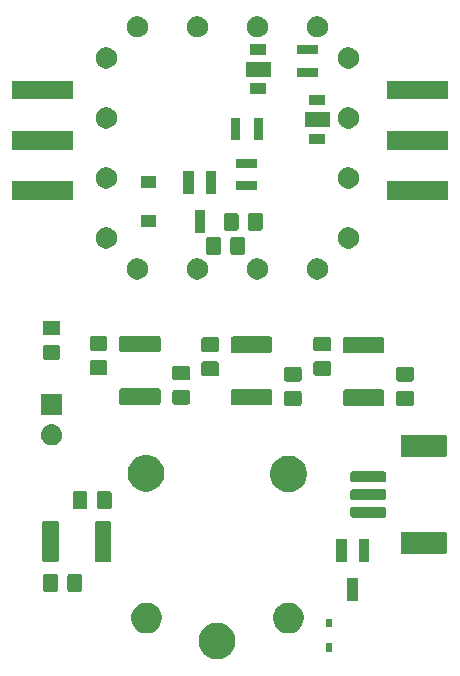
<source format=gbr>
G04 #@! TF.GenerationSoftware,KiCad,Pcbnew,(5.0.1-3-g963ef8bb5)*
G04 #@! TF.CreationDate,2018-11-12T17:33:24-05:00*
G04 #@! TF.ProjectId,Noise Source,4E6F69736520536F757263652E6B6963,rev?*
G04 #@! TF.SameCoordinates,Original*
G04 #@! TF.FileFunction,Soldermask,Top*
G04 #@! TF.FilePolarity,Negative*
%FSLAX46Y46*%
G04 Gerber Fmt 4.6, Leading zero omitted, Abs format (unit mm)*
G04 Created by KiCad (PCBNEW (5.0.1-3-g963ef8bb5)) date Monday, November 12, 2018 at 05:33:24 PM*
%MOMM*%
%LPD*%
G01*
G04 APERTURE LIST*
%ADD10C,0.100000*%
G04 APERTURE END LIST*
D10*
G36*
X154852527Y-145988736D02*
X154952410Y-146008604D01*
X155234674Y-146125521D01*
X155488705Y-146295259D01*
X155704741Y-146511295D01*
X155874479Y-146765326D01*
X155991396Y-147047590D01*
X155991396Y-147047591D01*
X156051000Y-147347238D01*
X156051000Y-147652762D01*
X156011264Y-147852527D01*
X155991396Y-147952410D01*
X155874479Y-148234674D01*
X155704741Y-148488705D01*
X155488705Y-148704741D01*
X155234674Y-148874479D01*
X154952410Y-148991396D01*
X154852527Y-149011264D01*
X154652762Y-149051000D01*
X154347238Y-149051000D01*
X154147473Y-149011264D01*
X154047590Y-148991396D01*
X153765326Y-148874479D01*
X153511295Y-148704741D01*
X153295259Y-148488705D01*
X153125521Y-148234674D01*
X153008604Y-147952410D01*
X152988736Y-147852527D01*
X152949000Y-147652762D01*
X152949000Y-147347238D01*
X153008604Y-147047591D01*
X153008604Y-147047590D01*
X153125521Y-146765326D01*
X153295259Y-146511295D01*
X153511295Y-146295259D01*
X153765326Y-146125521D01*
X154047590Y-146008604D01*
X154147473Y-145988736D01*
X154347238Y-145949000D01*
X154652762Y-145949000D01*
X154852527Y-145988736D01*
X154852527Y-145988736D01*
G37*
G36*
X164276000Y-148401000D02*
X163724000Y-148401000D01*
X163724000Y-147699000D01*
X164276000Y-147699000D01*
X164276000Y-148401000D01*
X164276000Y-148401000D01*
G37*
G36*
X160929485Y-144298996D02*
X160929487Y-144298997D01*
X160929488Y-144298997D01*
X161166255Y-144397069D01*
X161379342Y-144539449D01*
X161560551Y-144720658D01*
X161702931Y-144933745D01*
X161801004Y-145170515D01*
X161851000Y-145421861D01*
X161851000Y-145678139D01*
X161801004Y-145929485D01*
X161702931Y-146166255D01*
X161560551Y-146379342D01*
X161379342Y-146560551D01*
X161379339Y-146560553D01*
X161166255Y-146702931D01*
X160929488Y-146801003D01*
X160929487Y-146801003D01*
X160929485Y-146801004D01*
X160678139Y-146851000D01*
X160421861Y-146851000D01*
X160170515Y-146801004D01*
X160170513Y-146801003D01*
X160170512Y-146801003D01*
X159933745Y-146702931D01*
X159720661Y-146560553D01*
X159720658Y-146560551D01*
X159539449Y-146379342D01*
X159397069Y-146166255D01*
X159298996Y-145929485D01*
X159249000Y-145678139D01*
X159249000Y-145421861D01*
X159298996Y-145170515D01*
X159397069Y-144933745D01*
X159539449Y-144720658D01*
X159720658Y-144539449D01*
X159933745Y-144397069D01*
X160170512Y-144298997D01*
X160170513Y-144298997D01*
X160170515Y-144298996D01*
X160421861Y-144249000D01*
X160678139Y-144249000D01*
X160929485Y-144298996D01*
X160929485Y-144298996D01*
G37*
G36*
X148929485Y-144298996D02*
X148929487Y-144298997D01*
X148929488Y-144298997D01*
X149166255Y-144397069D01*
X149379342Y-144539449D01*
X149560551Y-144720658D01*
X149702931Y-144933745D01*
X149801004Y-145170515D01*
X149851000Y-145421861D01*
X149851000Y-145678139D01*
X149801004Y-145929485D01*
X149702931Y-146166255D01*
X149560551Y-146379342D01*
X149379342Y-146560551D01*
X149379339Y-146560553D01*
X149166255Y-146702931D01*
X148929488Y-146801003D01*
X148929487Y-146801003D01*
X148929485Y-146801004D01*
X148678139Y-146851000D01*
X148421861Y-146851000D01*
X148170515Y-146801004D01*
X148170513Y-146801003D01*
X148170512Y-146801003D01*
X147933745Y-146702931D01*
X147720661Y-146560553D01*
X147720658Y-146560551D01*
X147539449Y-146379342D01*
X147397069Y-146166255D01*
X147298996Y-145929485D01*
X147249000Y-145678139D01*
X147249000Y-145421861D01*
X147298996Y-145170515D01*
X147397069Y-144933745D01*
X147539449Y-144720658D01*
X147720658Y-144539449D01*
X147933745Y-144397069D01*
X148170512Y-144298997D01*
X148170513Y-144298997D01*
X148170515Y-144298996D01*
X148421861Y-144249000D01*
X148678139Y-144249000D01*
X148929485Y-144298996D01*
X148929485Y-144298996D01*
G37*
G36*
X164276000Y-146301000D02*
X163724000Y-146301000D01*
X163724000Y-145599000D01*
X164276000Y-145599000D01*
X164276000Y-146301000D01*
X164276000Y-146301000D01*
G37*
G36*
X166451000Y-144101000D02*
X165549000Y-144101000D01*
X165549000Y-142199000D01*
X166451000Y-142199000D01*
X166451000Y-144101000D01*
X166451000Y-144101000D01*
G37*
G36*
X142922982Y-141832244D02*
X142960669Y-141843677D01*
X142995408Y-141862245D01*
X143025853Y-141887231D01*
X143050839Y-141917676D01*
X143069407Y-141952415D01*
X143080840Y-141990102D01*
X143085305Y-142035440D01*
X143085305Y-143122118D01*
X143080840Y-143167456D01*
X143069407Y-143205143D01*
X143050839Y-143239882D01*
X143025853Y-143270327D01*
X142995408Y-143295313D01*
X142960669Y-143313881D01*
X142922982Y-143325314D01*
X142877644Y-143329779D01*
X142040966Y-143329779D01*
X141995628Y-143325314D01*
X141957941Y-143313881D01*
X141923202Y-143295313D01*
X141892757Y-143270327D01*
X141867771Y-143239882D01*
X141849203Y-143205143D01*
X141837770Y-143167456D01*
X141833305Y-143122118D01*
X141833305Y-142035440D01*
X141837770Y-141990102D01*
X141849203Y-141952415D01*
X141867771Y-141917676D01*
X141892757Y-141887231D01*
X141923202Y-141862245D01*
X141957941Y-141843677D01*
X141995628Y-141832244D01*
X142040966Y-141827779D01*
X142877644Y-141827779D01*
X142922982Y-141832244D01*
X142922982Y-141832244D01*
G37*
G36*
X140872982Y-141832244D02*
X140910669Y-141843677D01*
X140945408Y-141862245D01*
X140975853Y-141887231D01*
X141000839Y-141917676D01*
X141019407Y-141952415D01*
X141030840Y-141990102D01*
X141035305Y-142035440D01*
X141035305Y-143122118D01*
X141030840Y-143167456D01*
X141019407Y-143205143D01*
X141000839Y-143239882D01*
X140975853Y-143270327D01*
X140945408Y-143295313D01*
X140910669Y-143313881D01*
X140872982Y-143325314D01*
X140827644Y-143329779D01*
X139990966Y-143329779D01*
X139945628Y-143325314D01*
X139907941Y-143313881D01*
X139873202Y-143295313D01*
X139842757Y-143270327D01*
X139817771Y-143239882D01*
X139799203Y-143205143D01*
X139787770Y-143167456D01*
X139783305Y-143122118D01*
X139783305Y-142035440D01*
X139787770Y-141990102D01*
X139799203Y-141952415D01*
X139817771Y-141917676D01*
X139842757Y-141887231D01*
X139873202Y-141862245D01*
X139907941Y-141843677D01*
X139945628Y-141832244D01*
X139990966Y-141827779D01*
X140827644Y-141827779D01*
X140872982Y-141832244D01*
X140872982Y-141832244D01*
G37*
G36*
X145405087Y-137332074D02*
X145441120Y-137343005D01*
X145474333Y-137360758D01*
X145503439Y-137384645D01*
X145527326Y-137413751D01*
X145545079Y-137446964D01*
X145556010Y-137482997D01*
X145560305Y-137526609D01*
X145560305Y-140630949D01*
X145556010Y-140674561D01*
X145545079Y-140710594D01*
X145527326Y-140743807D01*
X145503439Y-140772913D01*
X145474333Y-140796800D01*
X145441120Y-140814553D01*
X145405087Y-140825484D01*
X145361475Y-140829779D01*
X144357135Y-140829779D01*
X144313523Y-140825484D01*
X144277490Y-140814553D01*
X144244277Y-140796800D01*
X144215171Y-140772913D01*
X144191284Y-140743807D01*
X144173531Y-140710594D01*
X144162600Y-140674561D01*
X144158305Y-140630949D01*
X144158305Y-137526609D01*
X144162600Y-137482997D01*
X144173531Y-137446964D01*
X144191284Y-137413751D01*
X144215171Y-137384645D01*
X144244277Y-137360758D01*
X144277490Y-137343005D01*
X144313523Y-137332074D01*
X144357135Y-137327779D01*
X145361475Y-137327779D01*
X145405087Y-137332074D01*
X145405087Y-137332074D01*
G37*
G36*
X140955087Y-137332074D02*
X140991120Y-137343005D01*
X141024333Y-137360758D01*
X141053439Y-137384645D01*
X141077326Y-137413751D01*
X141095079Y-137446964D01*
X141106010Y-137482997D01*
X141110305Y-137526609D01*
X141110305Y-140630949D01*
X141106010Y-140674561D01*
X141095079Y-140710594D01*
X141077326Y-140743807D01*
X141053439Y-140772913D01*
X141024333Y-140796800D01*
X140991120Y-140814553D01*
X140955087Y-140825484D01*
X140911475Y-140829779D01*
X139907135Y-140829779D01*
X139863523Y-140825484D01*
X139827490Y-140814553D01*
X139794277Y-140796800D01*
X139765171Y-140772913D01*
X139741284Y-140743807D01*
X139723531Y-140710594D01*
X139712600Y-140674561D01*
X139708305Y-140630949D01*
X139708305Y-137526609D01*
X139712600Y-137482997D01*
X139723531Y-137446964D01*
X139741284Y-137413751D01*
X139765171Y-137384645D01*
X139794277Y-137360758D01*
X139827490Y-137343005D01*
X139863523Y-137332074D01*
X139907135Y-137327779D01*
X140911475Y-137327779D01*
X140955087Y-137332074D01*
X140955087Y-137332074D01*
G37*
G36*
X167401000Y-140801000D02*
X166499000Y-140801000D01*
X166499000Y-138899000D01*
X167401000Y-138899000D01*
X167401000Y-140801000D01*
X167401000Y-140801000D01*
G37*
G36*
X165501000Y-140801000D02*
X164599000Y-140801000D01*
X164599000Y-138899000D01*
X165501000Y-138899000D01*
X165501000Y-140801000D01*
X165501000Y-140801000D01*
G37*
G36*
X173810918Y-138252934D02*
X173843424Y-138262795D01*
X173873383Y-138278808D01*
X173899641Y-138300359D01*
X173921192Y-138326617D01*
X173937205Y-138356576D01*
X173947066Y-138389082D01*
X173951000Y-138429029D01*
X173951000Y-139970971D01*
X173947066Y-140010918D01*
X173937205Y-140043424D01*
X173921192Y-140073383D01*
X173899641Y-140099641D01*
X173873383Y-140121192D01*
X173843424Y-140137205D01*
X173810918Y-140147066D01*
X173770971Y-140151000D01*
X170229029Y-140151000D01*
X170189082Y-140147066D01*
X170156576Y-140137205D01*
X170126617Y-140121192D01*
X170100359Y-140099641D01*
X170078808Y-140073383D01*
X170062795Y-140043424D01*
X170052934Y-140010918D01*
X170049000Y-139970971D01*
X170049000Y-138429029D01*
X170052934Y-138389082D01*
X170062795Y-138356576D01*
X170078808Y-138326617D01*
X170100359Y-138300359D01*
X170126617Y-138278808D01*
X170156576Y-138262795D01*
X170189082Y-138252934D01*
X170229029Y-138249000D01*
X173770971Y-138249000D01*
X173810918Y-138252934D01*
X173810918Y-138252934D01*
G37*
G36*
X168669683Y-136152725D02*
X168700144Y-136161966D01*
X168728223Y-136176975D01*
X168752831Y-136197169D01*
X168773025Y-136221777D01*
X168788034Y-136249856D01*
X168797275Y-136280317D01*
X168801000Y-136318140D01*
X168801000Y-136881860D01*
X168797275Y-136919683D01*
X168788034Y-136950144D01*
X168773025Y-136978223D01*
X168752831Y-137002831D01*
X168728223Y-137023025D01*
X168700144Y-137038034D01*
X168669683Y-137047275D01*
X168631860Y-137051000D01*
X165968140Y-137051000D01*
X165930317Y-137047275D01*
X165899856Y-137038034D01*
X165871777Y-137023025D01*
X165847169Y-137002831D01*
X165826975Y-136978223D01*
X165811966Y-136950144D01*
X165802725Y-136919683D01*
X165799000Y-136881860D01*
X165799000Y-136318140D01*
X165802725Y-136280317D01*
X165811966Y-136249856D01*
X165826975Y-136221777D01*
X165847169Y-136197169D01*
X165871777Y-136176975D01*
X165899856Y-136161966D01*
X165930317Y-136152725D01*
X165968140Y-136149000D01*
X168631860Y-136149000D01*
X168669683Y-136152725D01*
X168669683Y-136152725D01*
G37*
G36*
X143372982Y-134832244D02*
X143410669Y-134843677D01*
X143445408Y-134862245D01*
X143475853Y-134887231D01*
X143500839Y-134917676D01*
X143519407Y-134952415D01*
X143530840Y-134990102D01*
X143535305Y-135035440D01*
X143535305Y-136122118D01*
X143530840Y-136167456D01*
X143519407Y-136205143D01*
X143500839Y-136239882D01*
X143475853Y-136270327D01*
X143445408Y-136295313D01*
X143410669Y-136313881D01*
X143372982Y-136325314D01*
X143327644Y-136329779D01*
X142490966Y-136329779D01*
X142445628Y-136325314D01*
X142407941Y-136313881D01*
X142373202Y-136295313D01*
X142342757Y-136270327D01*
X142317771Y-136239882D01*
X142299203Y-136205143D01*
X142287770Y-136167456D01*
X142283305Y-136122118D01*
X142283305Y-135035440D01*
X142287770Y-134990102D01*
X142299203Y-134952415D01*
X142317771Y-134917676D01*
X142342757Y-134887231D01*
X142373202Y-134862245D01*
X142407941Y-134843677D01*
X142445628Y-134832244D01*
X142490966Y-134827779D01*
X143327644Y-134827779D01*
X143372982Y-134832244D01*
X143372982Y-134832244D01*
G37*
G36*
X145422982Y-134832244D02*
X145460669Y-134843677D01*
X145495408Y-134862245D01*
X145525853Y-134887231D01*
X145550839Y-134917676D01*
X145569407Y-134952415D01*
X145580840Y-134990102D01*
X145585305Y-135035440D01*
X145585305Y-136122118D01*
X145580840Y-136167456D01*
X145569407Y-136205143D01*
X145550839Y-136239882D01*
X145525853Y-136270327D01*
X145495408Y-136295313D01*
X145460669Y-136313881D01*
X145422982Y-136325314D01*
X145377644Y-136329779D01*
X144540966Y-136329779D01*
X144495628Y-136325314D01*
X144457941Y-136313881D01*
X144423202Y-136295313D01*
X144392757Y-136270327D01*
X144367771Y-136239882D01*
X144349203Y-136205143D01*
X144337770Y-136167456D01*
X144333305Y-136122118D01*
X144333305Y-135035440D01*
X144337770Y-134990102D01*
X144349203Y-134952415D01*
X144367771Y-134917676D01*
X144392757Y-134887231D01*
X144423202Y-134862245D01*
X144457941Y-134843677D01*
X144495628Y-134832244D01*
X144540966Y-134827779D01*
X145377644Y-134827779D01*
X145422982Y-134832244D01*
X145422982Y-134832244D01*
G37*
G36*
X168669683Y-134652725D02*
X168700144Y-134661966D01*
X168728223Y-134676975D01*
X168752831Y-134697169D01*
X168773025Y-134721777D01*
X168788034Y-134749856D01*
X168797275Y-134780317D01*
X168801000Y-134818140D01*
X168801000Y-135381860D01*
X168797275Y-135419683D01*
X168788034Y-135450144D01*
X168773025Y-135478223D01*
X168752831Y-135502831D01*
X168728223Y-135523025D01*
X168700144Y-135538034D01*
X168669683Y-135547275D01*
X168631860Y-135551000D01*
X165968140Y-135551000D01*
X165930317Y-135547275D01*
X165899856Y-135538034D01*
X165871777Y-135523025D01*
X165847169Y-135502831D01*
X165826975Y-135478223D01*
X165811966Y-135450144D01*
X165802725Y-135419683D01*
X165799000Y-135381860D01*
X165799000Y-134818140D01*
X165802725Y-134780317D01*
X165811966Y-134749856D01*
X165826975Y-134721777D01*
X165847169Y-134697169D01*
X165871777Y-134676975D01*
X165899856Y-134661966D01*
X165930317Y-134652725D01*
X165968140Y-134649000D01*
X168631860Y-134649000D01*
X168669683Y-134652725D01*
X168669683Y-134652725D01*
G37*
G36*
X160876691Y-131833597D02*
X161002410Y-131858604D01*
X161284674Y-131975521D01*
X161538705Y-132145259D01*
X161754741Y-132361295D01*
X161924479Y-132615326D01*
X162041396Y-132897590D01*
X162041396Y-132897591D01*
X162092267Y-133153333D01*
X162101000Y-133197240D01*
X162101000Y-133502760D01*
X162041396Y-133802410D01*
X161924479Y-134084674D01*
X161754741Y-134338705D01*
X161538705Y-134554741D01*
X161284674Y-134724479D01*
X161002410Y-134841396D01*
X160954127Y-134851000D01*
X160702762Y-134901000D01*
X160397238Y-134901000D01*
X160145873Y-134851000D01*
X160097590Y-134841396D01*
X159815326Y-134724479D01*
X159561295Y-134554741D01*
X159345259Y-134338705D01*
X159175521Y-134084674D01*
X159058604Y-133802410D01*
X158999000Y-133502760D01*
X158999000Y-133197240D01*
X159007734Y-133153333D01*
X159058604Y-132897591D01*
X159058604Y-132897590D01*
X159175521Y-132615326D01*
X159345259Y-132361295D01*
X159561295Y-132145259D01*
X159815326Y-131975521D01*
X160097590Y-131858604D01*
X160223309Y-131833597D01*
X160397238Y-131799000D01*
X160702762Y-131799000D01*
X160876691Y-131833597D01*
X160876691Y-131833597D01*
G37*
G36*
X148848455Y-131787926D02*
X148952410Y-131808604D01*
X149234674Y-131925521D01*
X149488705Y-132095259D01*
X149704741Y-132311295D01*
X149874479Y-132565326D01*
X149895190Y-132615328D01*
X149991396Y-132847591D01*
X150051000Y-133147238D01*
X150051000Y-133452762D01*
X150041054Y-133502762D01*
X149991396Y-133752410D01*
X149874479Y-134034674D01*
X149704741Y-134288705D01*
X149488705Y-134504741D01*
X149234674Y-134674479D01*
X148952410Y-134791396D01*
X148852527Y-134811264D01*
X148652762Y-134851000D01*
X148347238Y-134851000D01*
X148147473Y-134811264D01*
X148047590Y-134791396D01*
X147765326Y-134674479D01*
X147511295Y-134504741D01*
X147295259Y-134288705D01*
X147125521Y-134034674D01*
X147008604Y-133752410D01*
X146958946Y-133502762D01*
X146949000Y-133452762D01*
X146949000Y-133147238D01*
X147008604Y-132847591D01*
X147104810Y-132615328D01*
X147125521Y-132565326D01*
X147295259Y-132311295D01*
X147511295Y-132095259D01*
X147765326Y-131925521D01*
X148047590Y-131808604D01*
X148151545Y-131787926D01*
X148347238Y-131749000D01*
X148652762Y-131749000D01*
X148848455Y-131787926D01*
X148848455Y-131787926D01*
G37*
G36*
X168669683Y-133152725D02*
X168700144Y-133161966D01*
X168728223Y-133176975D01*
X168752831Y-133197169D01*
X168773025Y-133221777D01*
X168788034Y-133249856D01*
X168797275Y-133280317D01*
X168801000Y-133318140D01*
X168801000Y-133881860D01*
X168797275Y-133919683D01*
X168788034Y-133950144D01*
X168773025Y-133978223D01*
X168752831Y-134002831D01*
X168728223Y-134023025D01*
X168700144Y-134038034D01*
X168669683Y-134047275D01*
X168631860Y-134051000D01*
X165968140Y-134051000D01*
X165930317Y-134047275D01*
X165899856Y-134038034D01*
X165871777Y-134023025D01*
X165847169Y-134002831D01*
X165826975Y-133978223D01*
X165811966Y-133950144D01*
X165802725Y-133919683D01*
X165799000Y-133881860D01*
X165799000Y-133318140D01*
X165802725Y-133280317D01*
X165811966Y-133249856D01*
X165826975Y-133221777D01*
X165847169Y-133197169D01*
X165871777Y-133176975D01*
X165899856Y-133161966D01*
X165930317Y-133152725D01*
X165968140Y-133149000D01*
X168631860Y-133149000D01*
X168669683Y-133152725D01*
X168669683Y-133152725D01*
G37*
G36*
X173810918Y-130052934D02*
X173843424Y-130062795D01*
X173873383Y-130078808D01*
X173899641Y-130100359D01*
X173921192Y-130126617D01*
X173937205Y-130156576D01*
X173947066Y-130189082D01*
X173951000Y-130229029D01*
X173951000Y-131770971D01*
X173947066Y-131810918D01*
X173937205Y-131843424D01*
X173921192Y-131873383D01*
X173899641Y-131899641D01*
X173873383Y-131921192D01*
X173843424Y-131937205D01*
X173810918Y-131947066D01*
X173770971Y-131951000D01*
X170229029Y-131951000D01*
X170189082Y-131947066D01*
X170156576Y-131937205D01*
X170126617Y-131921192D01*
X170100359Y-131899641D01*
X170078808Y-131873383D01*
X170062795Y-131843424D01*
X170052934Y-131810918D01*
X170049000Y-131770971D01*
X170049000Y-130229029D01*
X170052934Y-130189082D01*
X170062795Y-130156576D01*
X170078808Y-130126617D01*
X170100359Y-130100359D01*
X170126617Y-130078808D01*
X170156576Y-130062795D01*
X170189082Y-130052934D01*
X170229029Y-130049000D01*
X173770971Y-130049000D01*
X173810918Y-130052934D01*
X173810918Y-130052934D01*
G37*
G36*
X140610442Y-129145518D02*
X140676627Y-129152037D01*
X140789853Y-129186384D01*
X140846467Y-129203557D01*
X140985087Y-129277652D01*
X141002991Y-129287222D01*
X141038729Y-129316552D01*
X141140186Y-129399814D01*
X141223448Y-129501271D01*
X141252778Y-129537009D01*
X141252779Y-129537011D01*
X141336443Y-129693533D01*
X141336443Y-129693534D01*
X141387963Y-129863373D01*
X141405359Y-130040000D01*
X141387963Y-130216627D01*
X141358678Y-130313166D01*
X141336443Y-130386467D01*
X141262348Y-130525087D01*
X141252778Y-130542991D01*
X141223448Y-130578729D01*
X141140186Y-130680186D01*
X141038729Y-130763448D01*
X141002991Y-130792778D01*
X141002989Y-130792779D01*
X140846467Y-130876443D01*
X140789853Y-130893616D01*
X140676627Y-130927963D01*
X140610442Y-130934482D01*
X140544260Y-130941000D01*
X140455740Y-130941000D01*
X140389558Y-130934482D01*
X140323373Y-130927963D01*
X140210147Y-130893616D01*
X140153533Y-130876443D01*
X139997011Y-130792779D01*
X139997009Y-130792778D01*
X139961271Y-130763448D01*
X139859814Y-130680186D01*
X139776552Y-130578729D01*
X139747222Y-130542991D01*
X139737652Y-130525087D01*
X139663557Y-130386467D01*
X139641322Y-130313166D01*
X139612037Y-130216627D01*
X139594641Y-130040000D01*
X139612037Y-129863373D01*
X139663557Y-129693534D01*
X139663557Y-129693533D01*
X139747221Y-129537011D01*
X139747222Y-129537009D01*
X139776552Y-129501271D01*
X139859814Y-129399814D01*
X139961271Y-129316552D01*
X139997009Y-129287222D01*
X140014913Y-129277652D01*
X140153533Y-129203557D01*
X140210147Y-129186384D01*
X140323373Y-129152037D01*
X140389558Y-129145518D01*
X140455740Y-129139000D01*
X140544260Y-129139000D01*
X140610442Y-129145518D01*
X140610442Y-129145518D01*
G37*
G36*
X141401000Y-128401000D02*
X139599000Y-128401000D01*
X139599000Y-126599000D01*
X141401000Y-126599000D01*
X141401000Y-128401000D01*
X141401000Y-128401000D01*
G37*
G36*
X168517003Y-126212600D02*
X168553036Y-126223531D01*
X168586249Y-126241284D01*
X168615355Y-126265171D01*
X168639242Y-126294277D01*
X168656995Y-126327490D01*
X168667926Y-126363523D01*
X168672221Y-126407135D01*
X168672221Y-127411475D01*
X168667926Y-127455087D01*
X168656995Y-127491120D01*
X168639242Y-127524333D01*
X168615355Y-127553439D01*
X168586249Y-127577326D01*
X168553036Y-127595079D01*
X168517003Y-127606010D01*
X168473391Y-127610305D01*
X165369051Y-127610305D01*
X165325439Y-127606010D01*
X165289406Y-127595079D01*
X165256193Y-127577326D01*
X165227087Y-127553439D01*
X165203200Y-127524333D01*
X165185447Y-127491120D01*
X165174516Y-127455087D01*
X165170221Y-127411475D01*
X165170221Y-126407135D01*
X165174516Y-126363523D01*
X165185447Y-126327490D01*
X165203200Y-126294277D01*
X165227087Y-126265171D01*
X165256193Y-126241284D01*
X165289406Y-126223531D01*
X165325439Y-126212600D01*
X165369051Y-126208305D01*
X168473391Y-126208305D01*
X168517003Y-126212600D01*
X168517003Y-126212600D01*
G37*
G36*
X171009898Y-126337770D02*
X171047585Y-126349203D01*
X171082324Y-126367771D01*
X171112769Y-126392757D01*
X171137755Y-126423202D01*
X171156323Y-126457941D01*
X171167756Y-126495628D01*
X171172221Y-126540966D01*
X171172221Y-127377644D01*
X171167756Y-127422982D01*
X171156323Y-127460669D01*
X171137755Y-127495408D01*
X171112769Y-127525853D01*
X171082324Y-127550839D01*
X171047585Y-127569407D01*
X171009898Y-127580840D01*
X170964560Y-127585305D01*
X169877882Y-127585305D01*
X169832544Y-127580840D01*
X169794857Y-127569407D01*
X169760118Y-127550839D01*
X169729673Y-127525853D01*
X169704687Y-127495408D01*
X169686119Y-127460669D01*
X169674686Y-127422982D01*
X169670221Y-127377644D01*
X169670221Y-126540966D01*
X169674686Y-126495628D01*
X169686119Y-126457941D01*
X169704687Y-126423202D01*
X169729673Y-126392757D01*
X169760118Y-126367771D01*
X169794857Y-126349203D01*
X169832544Y-126337770D01*
X169877882Y-126333305D01*
X170964560Y-126333305D01*
X171009898Y-126337770D01*
X171009898Y-126337770D01*
G37*
G36*
X161509898Y-126337770D02*
X161547585Y-126349203D01*
X161582324Y-126367771D01*
X161612769Y-126392757D01*
X161637755Y-126423202D01*
X161656323Y-126457941D01*
X161667756Y-126495628D01*
X161672221Y-126540966D01*
X161672221Y-127377644D01*
X161667756Y-127422982D01*
X161656323Y-127460669D01*
X161637755Y-127495408D01*
X161612769Y-127525853D01*
X161582324Y-127550839D01*
X161547585Y-127569407D01*
X161509898Y-127580840D01*
X161464560Y-127585305D01*
X160377882Y-127585305D01*
X160332544Y-127580840D01*
X160294857Y-127569407D01*
X160260118Y-127550839D01*
X160229673Y-127525853D01*
X160204687Y-127495408D01*
X160186119Y-127460669D01*
X160174686Y-127422982D01*
X160170221Y-127377644D01*
X160170221Y-126540966D01*
X160174686Y-126495628D01*
X160186119Y-126457941D01*
X160204687Y-126423202D01*
X160229673Y-126392757D01*
X160260118Y-126367771D01*
X160294857Y-126349203D01*
X160332544Y-126337770D01*
X160377882Y-126333305D01*
X161464560Y-126333305D01*
X161509898Y-126337770D01*
X161509898Y-126337770D01*
G37*
G36*
X159017003Y-126162600D02*
X159053036Y-126173531D01*
X159086249Y-126191284D01*
X159115355Y-126215171D01*
X159139242Y-126244277D01*
X159156995Y-126277490D01*
X159167926Y-126313523D01*
X159172221Y-126357135D01*
X159172221Y-127361475D01*
X159167926Y-127405087D01*
X159156995Y-127441120D01*
X159139242Y-127474333D01*
X159115355Y-127503439D01*
X159086249Y-127527326D01*
X159053036Y-127545079D01*
X159017003Y-127556010D01*
X158973391Y-127560305D01*
X155869051Y-127560305D01*
X155825439Y-127556010D01*
X155789406Y-127545079D01*
X155756193Y-127527326D01*
X155727087Y-127503439D01*
X155703200Y-127474333D01*
X155685447Y-127441120D01*
X155674516Y-127405087D01*
X155670221Y-127361475D01*
X155670221Y-126357135D01*
X155674516Y-126313523D01*
X155685447Y-126277490D01*
X155703200Y-126244277D01*
X155727087Y-126215171D01*
X155756193Y-126191284D01*
X155789406Y-126173531D01*
X155825439Y-126162600D01*
X155869051Y-126158305D01*
X158973391Y-126158305D01*
X159017003Y-126162600D01*
X159017003Y-126162600D01*
G37*
G36*
X149573273Y-126106330D02*
X149609306Y-126117261D01*
X149642519Y-126135014D01*
X149671625Y-126158901D01*
X149695512Y-126188007D01*
X149713265Y-126221220D01*
X149724196Y-126257253D01*
X149728491Y-126300865D01*
X149728491Y-127305205D01*
X149724196Y-127348817D01*
X149713265Y-127384850D01*
X149695512Y-127418063D01*
X149671625Y-127447169D01*
X149642519Y-127471056D01*
X149609306Y-127488809D01*
X149573273Y-127499740D01*
X149529661Y-127504035D01*
X146425321Y-127504035D01*
X146381709Y-127499740D01*
X146345676Y-127488809D01*
X146312463Y-127471056D01*
X146283357Y-127447169D01*
X146259470Y-127418063D01*
X146241717Y-127384850D01*
X146230786Y-127348817D01*
X146226491Y-127305205D01*
X146226491Y-126300865D01*
X146230786Y-126257253D01*
X146241717Y-126221220D01*
X146259470Y-126188007D01*
X146283357Y-126158901D01*
X146312463Y-126135014D01*
X146345676Y-126117261D01*
X146381709Y-126106330D01*
X146425321Y-126102035D01*
X149529661Y-126102035D01*
X149573273Y-126106330D01*
X149573273Y-126106330D01*
G37*
G36*
X152066168Y-126231500D02*
X152103855Y-126242933D01*
X152138594Y-126261501D01*
X152169039Y-126286487D01*
X152194025Y-126316932D01*
X152212593Y-126351671D01*
X152224026Y-126389358D01*
X152228491Y-126434696D01*
X152228491Y-127271374D01*
X152224026Y-127316712D01*
X152212593Y-127354399D01*
X152194025Y-127389138D01*
X152169039Y-127419583D01*
X152138594Y-127444569D01*
X152103855Y-127463137D01*
X152066168Y-127474570D01*
X152020830Y-127479035D01*
X150934152Y-127479035D01*
X150888814Y-127474570D01*
X150851127Y-127463137D01*
X150816388Y-127444569D01*
X150785943Y-127419583D01*
X150760957Y-127389138D01*
X150742389Y-127354399D01*
X150730956Y-127316712D01*
X150726491Y-127271374D01*
X150726491Y-126434696D01*
X150730956Y-126389358D01*
X150742389Y-126351671D01*
X150760957Y-126316932D01*
X150785943Y-126286487D01*
X150816388Y-126261501D01*
X150851127Y-126242933D01*
X150888814Y-126231500D01*
X150934152Y-126227035D01*
X152020830Y-126227035D01*
X152066168Y-126231500D01*
X152066168Y-126231500D01*
G37*
G36*
X161509898Y-124287770D02*
X161547585Y-124299203D01*
X161582324Y-124317771D01*
X161612769Y-124342757D01*
X161637755Y-124373202D01*
X161656323Y-124407941D01*
X161667756Y-124445628D01*
X161672221Y-124490966D01*
X161672221Y-125327644D01*
X161667756Y-125372982D01*
X161656323Y-125410669D01*
X161637755Y-125445408D01*
X161612769Y-125475853D01*
X161582324Y-125500839D01*
X161547585Y-125519407D01*
X161509898Y-125530840D01*
X161464560Y-125535305D01*
X160377882Y-125535305D01*
X160332544Y-125530840D01*
X160294857Y-125519407D01*
X160260118Y-125500839D01*
X160229673Y-125475853D01*
X160204687Y-125445408D01*
X160186119Y-125410669D01*
X160174686Y-125372982D01*
X160170221Y-125327644D01*
X160170221Y-124490966D01*
X160174686Y-124445628D01*
X160186119Y-124407941D01*
X160204687Y-124373202D01*
X160229673Y-124342757D01*
X160260118Y-124317771D01*
X160294857Y-124299203D01*
X160332544Y-124287770D01*
X160377882Y-124283305D01*
X161464560Y-124283305D01*
X161509898Y-124287770D01*
X161509898Y-124287770D01*
G37*
G36*
X171009898Y-124287770D02*
X171047585Y-124299203D01*
X171082324Y-124317771D01*
X171112769Y-124342757D01*
X171137755Y-124373202D01*
X171156323Y-124407941D01*
X171167756Y-124445628D01*
X171172221Y-124490966D01*
X171172221Y-125327644D01*
X171167756Y-125372982D01*
X171156323Y-125410669D01*
X171137755Y-125445408D01*
X171112769Y-125475853D01*
X171082324Y-125500839D01*
X171047585Y-125519407D01*
X171009898Y-125530840D01*
X170964560Y-125535305D01*
X169877882Y-125535305D01*
X169832544Y-125530840D01*
X169794857Y-125519407D01*
X169760118Y-125500839D01*
X169729673Y-125475853D01*
X169704687Y-125445408D01*
X169686119Y-125410669D01*
X169674686Y-125372982D01*
X169670221Y-125327644D01*
X169670221Y-124490966D01*
X169674686Y-124445628D01*
X169686119Y-124407941D01*
X169704687Y-124373202D01*
X169729673Y-124342757D01*
X169760118Y-124317771D01*
X169794857Y-124299203D01*
X169832544Y-124287770D01*
X169877882Y-124283305D01*
X170964560Y-124283305D01*
X171009898Y-124287770D01*
X171009898Y-124287770D01*
G37*
G36*
X152066168Y-124181500D02*
X152103855Y-124192933D01*
X152138594Y-124211501D01*
X152169039Y-124236487D01*
X152194025Y-124266932D01*
X152212593Y-124301671D01*
X152224026Y-124339358D01*
X152228491Y-124384696D01*
X152228491Y-125221374D01*
X152224026Y-125266712D01*
X152212593Y-125304399D01*
X152194025Y-125339138D01*
X152169039Y-125369583D01*
X152138594Y-125394569D01*
X152103855Y-125413137D01*
X152066168Y-125424570D01*
X152020830Y-125429035D01*
X150934152Y-125429035D01*
X150888814Y-125424570D01*
X150851127Y-125413137D01*
X150816388Y-125394569D01*
X150785943Y-125369583D01*
X150760957Y-125339138D01*
X150742389Y-125304399D01*
X150730956Y-125266712D01*
X150726491Y-125221374D01*
X150726491Y-124384696D01*
X150730956Y-124339358D01*
X150742389Y-124301671D01*
X150760957Y-124266932D01*
X150785943Y-124236487D01*
X150816388Y-124211501D01*
X150851127Y-124192933D01*
X150888814Y-124181500D01*
X150934152Y-124177035D01*
X152020830Y-124177035D01*
X152066168Y-124181500D01*
X152066168Y-124181500D01*
G37*
G36*
X154509898Y-123837770D02*
X154547585Y-123849203D01*
X154582324Y-123867771D01*
X154612769Y-123892757D01*
X154637755Y-123923202D01*
X154656323Y-123957941D01*
X154667756Y-123995628D01*
X154672221Y-124040966D01*
X154672221Y-124877644D01*
X154667756Y-124922982D01*
X154656323Y-124960669D01*
X154637755Y-124995408D01*
X154612769Y-125025853D01*
X154582324Y-125050839D01*
X154547585Y-125069407D01*
X154509898Y-125080840D01*
X154464560Y-125085305D01*
X153377882Y-125085305D01*
X153332544Y-125080840D01*
X153294857Y-125069407D01*
X153260118Y-125050839D01*
X153229673Y-125025853D01*
X153204687Y-124995408D01*
X153186119Y-124960669D01*
X153174686Y-124922982D01*
X153170221Y-124877644D01*
X153170221Y-124040966D01*
X153174686Y-123995628D01*
X153186119Y-123957941D01*
X153204687Y-123923202D01*
X153229673Y-123892757D01*
X153260118Y-123867771D01*
X153294857Y-123849203D01*
X153332544Y-123837770D01*
X153377882Y-123833305D01*
X154464560Y-123833305D01*
X154509898Y-123837770D01*
X154509898Y-123837770D01*
G37*
G36*
X164009898Y-123787770D02*
X164047585Y-123799203D01*
X164082324Y-123817771D01*
X164112769Y-123842757D01*
X164137755Y-123873202D01*
X164156323Y-123907941D01*
X164167756Y-123945628D01*
X164172221Y-123990966D01*
X164172221Y-124827644D01*
X164167756Y-124872982D01*
X164156323Y-124910669D01*
X164137755Y-124945408D01*
X164112769Y-124975853D01*
X164082324Y-125000839D01*
X164047585Y-125019407D01*
X164009898Y-125030840D01*
X163964560Y-125035305D01*
X162877882Y-125035305D01*
X162832544Y-125030840D01*
X162794857Y-125019407D01*
X162760118Y-125000839D01*
X162729673Y-124975853D01*
X162704687Y-124945408D01*
X162686119Y-124910669D01*
X162674686Y-124872982D01*
X162670221Y-124827644D01*
X162670221Y-123990966D01*
X162674686Y-123945628D01*
X162686119Y-123907941D01*
X162704687Y-123873202D01*
X162729673Y-123842757D01*
X162760118Y-123817771D01*
X162794857Y-123799203D01*
X162832544Y-123787770D01*
X162877882Y-123783305D01*
X163964560Y-123783305D01*
X164009898Y-123787770D01*
X164009898Y-123787770D01*
G37*
G36*
X145066168Y-123731500D02*
X145103855Y-123742933D01*
X145138594Y-123761501D01*
X145169039Y-123786487D01*
X145194025Y-123816932D01*
X145212593Y-123851671D01*
X145224026Y-123889358D01*
X145228491Y-123934696D01*
X145228491Y-124771374D01*
X145224026Y-124816712D01*
X145212593Y-124854399D01*
X145194025Y-124889138D01*
X145169039Y-124919583D01*
X145138594Y-124944569D01*
X145103855Y-124963137D01*
X145066168Y-124974570D01*
X145020830Y-124979035D01*
X143934152Y-124979035D01*
X143888814Y-124974570D01*
X143851127Y-124963137D01*
X143816388Y-124944569D01*
X143785943Y-124919583D01*
X143760957Y-124889138D01*
X143742389Y-124854399D01*
X143730956Y-124816712D01*
X143726491Y-124771374D01*
X143726491Y-123934696D01*
X143730956Y-123889358D01*
X143742389Y-123851671D01*
X143760957Y-123816932D01*
X143785943Y-123786487D01*
X143816388Y-123761501D01*
X143851127Y-123742933D01*
X143888814Y-123731500D01*
X143934152Y-123727035D01*
X145020830Y-123727035D01*
X145066168Y-123731500D01*
X145066168Y-123731500D01*
G37*
G36*
X141088677Y-122428465D02*
X141126364Y-122439898D01*
X141161103Y-122458466D01*
X141191548Y-122483452D01*
X141216534Y-122513897D01*
X141235102Y-122548636D01*
X141246535Y-122586323D01*
X141251000Y-122631661D01*
X141251000Y-123468339D01*
X141246535Y-123513677D01*
X141235102Y-123551364D01*
X141216534Y-123586103D01*
X141191548Y-123616548D01*
X141161103Y-123641534D01*
X141126364Y-123660102D01*
X141088677Y-123671535D01*
X141043339Y-123676000D01*
X139956661Y-123676000D01*
X139911323Y-123671535D01*
X139873636Y-123660102D01*
X139838897Y-123641534D01*
X139808452Y-123616548D01*
X139783466Y-123586103D01*
X139764898Y-123551364D01*
X139753465Y-123513677D01*
X139749000Y-123468339D01*
X139749000Y-122631661D01*
X139753465Y-122586323D01*
X139764898Y-122548636D01*
X139783466Y-122513897D01*
X139808452Y-122483452D01*
X139838897Y-122458466D01*
X139873636Y-122439898D01*
X139911323Y-122428465D01*
X139956661Y-122424000D01*
X141043339Y-122424000D01*
X141088677Y-122428465D01*
X141088677Y-122428465D01*
G37*
G36*
X168517003Y-121762600D02*
X168553036Y-121773531D01*
X168586249Y-121791284D01*
X168615355Y-121815171D01*
X168639242Y-121844277D01*
X168656995Y-121877490D01*
X168667926Y-121913523D01*
X168672221Y-121957135D01*
X168672221Y-122961475D01*
X168667926Y-123005087D01*
X168656995Y-123041120D01*
X168639242Y-123074333D01*
X168615355Y-123103439D01*
X168586249Y-123127326D01*
X168553036Y-123145079D01*
X168517003Y-123156010D01*
X168473391Y-123160305D01*
X165369051Y-123160305D01*
X165325439Y-123156010D01*
X165289406Y-123145079D01*
X165256193Y-123127326D01*
X165227087Y-123103439D01*
X165203200Y-123074333D01*
X165185447Y-123041120D01*
X165174516Y-123005087D01*
X165170221Y-122961475D01*
X165170221Y-121957135D01*
X165174516Y-121913523D01*
X165185447Y-121877490D01*
X165203200Y-121844277D01*
X165227087Y-121815171D01*
X165256193Y-121791284D01*
X165289406Y-121773531D01*
X165325439Y-121762600D01*
X165369051Y-121758305D01*
X168473391Y-121758305D01*
X168517003Y-121762600D01*
X168517003Y-121762600D01*
G37*
G36*
X159017003Y-121712600D02*
X159053036Y-121723531D01*
X159086249Y-121741284D01*
X159115355Y-121765171D01*
X159139242Y-121794277D01*
X159156995Y-121827490D01*
X159167926Y-121863523D01*
X159172221Y-121907135D01*
X159172221Y-122911475D01*
X159167926Y-122955087D01*
X159156995Y-122991120D01*
X159139242Y-123024333D01*
X159115355Y-123053439D01*
X159086249Y-123077326D01*
X159053036Y-123095079D01*
X159017003Y-123106010D01*
X158973391Y-123110305D01*
X155869051Y-123110305D01*
X155825439Y-123106010D01*
X155789406Y-123095079D01*
X155756193Y-123077326D01*
X155727087Y-123053439D01*
X155703200Y-123024333D01*
X155685447Y-122991120D01*
X155674516Y-122955087D01*
X155670221Y-122911475D01*
X155670221Y-121907135D01*
X155674516Y-121863523D01*
X155685447Y-121827490D01*
X155703200Y-121794277D01*
X155727087Y-121765171D01*
X155756193Y-121741284D01*
X155789406Y-121723531D01*
X155825439Y-121712600D01*
X155869051Y-121708305D01*
X158973391Y-121708305D01*
X159017003Y-121712600D01*
X159017003Y-121712600D01*
G37*
G36*
X149573273Y-121656330D02*
X149609306Y-121667261D01*
X149642519Y-121685014D01*
X149671625Y-121708901D01*
X149695512Y-121738007D01*
X149713265Y-121771220D01*
X149724196Y-121807253D01*
X149728491Y-121850865D01*
X149728491Y-122855205D01*
X149724196Y-122898817D01*
X149713265Y-122934850D01*
X149695512Y-122968063D01*
X149671625Y-122997169D01*
X149642519Y-123021056D01*
X149609306Y-123038809D01*
X149573273Y-123049740D01*
X149529661Y-123054035D01*
X146425321Y-123054035D01*
X146381709Y-123049740D01*
X146345676Y-123038809D01*
X146312463Y-123021056D01*
X146283357Y-122997169D01*
X146259470Y-122968063D01*
X146241717Y-122934850D01*
X146230786Y-122898817D01*
X146226491Y-122855205D01*
X146226491Y-121850865D01*
X146230786Y-121807253D01*
X146241717Y-121771220D01*
X146259470Y-121738007D01*
X146283357Y-121708901D01*
X146312463Y-121685014D01*
X146345676Y-121667261D01*
X146381709Y-121656330D01*
X146425321Y-121652035D01*
X149529661Y-121652035D01*
X149573273Y-121656330D01*
X149573273Y-121656330D01*
G37*
G36*
X154509898Y-121787770D02*
X154547585Y-121799203D01*
X154582324Y-121817771D01*
X154612769Y-121842757D01*
X154637755Y-121873202D01*
X154656323Y-121907941D01*
X154667756Y-121945628D01*
X154672221Y-121990966D01*
X154672221Y-122827644D01*
X154667756Y-122872982D01*
X154656323Y-122910669D01*
X154637755Y-122945408D01*
X154612769Y-122975853D01*
X154582324Y-123000839D01*
X154547585Y-123019407D01*
X154509898Y-123030840D01*
X154464560Y-123035305D01*
X153377882Y-123035305D01*
X153332544Y-123030840D01*
X153294857Y-123019407D01*
X153260118Y-123000839D01*
X153229673Y-122975853D01*
X153204687Y-122945408D01*
X153186119Y-122910669D01*
X153174686Y-122872982D01*
X153170221Y-122827644D01*
X153170221Y-121990966D01*
X153174686Y-121945628D01*
X153186119Y-121907941D01*
X153204687Y-121873202D01*
X153229673Y-121842757D01*
X153260118Y-121817771D01*
X153294857Y-121799203D01*
X153332544Y-121787770D01*
X153377882Y-121783305D01*
X154464560Y-121783305D01*
X154509898Y-121787770D01*
X154509898Y-121787770D01*
G37*
G36*
X164009898Y-121737770D02*
X164047585Y-121749203D01*
X164082324Y-121767771D01*
X164112769Y-121792757D01*
X164137755Y-121823202D01*
X164156323Y-121857941D01*
X164167756Y-121895628D01*
X164172221Y-121940966D01*
X164172221Y-122777644D01*
X164167756Y-122822982D01*
X164156323Y-122860669D01*
X164137755Y-122895408D01*
X164112769Y-122925853D01*
X164082324Y-122950839D01*
X164047585Y-122969407D01*
X164009898Y-122980840D01*
X163964560Y-122985305D01*
X162877882Y-122985305D01*
X162832544Y-122980840D01*
X162794857Y-122969407D01*
X162760118Y-122950839D01*
X162729673Y-122925853D01*
X162704687Y-122895408D01*
X162686119Y-122860669D01*
X162674686Y-122822982D01*
X162670221Y-122777644D01*
X162670221Y-121940966D01*
X162674686Y-121895628D01*
X162686119Y-121857941D01*
X162704687Y-121823202D01*
X162729673Y-121792757D01*
X162760118Y-121767771D01*
X162794857Y-121749203D01*
X162832544Y-121737770D01*
X162877882Y-121733305D01*
X163964560Y-121733305D01*
X164009898Y-121737770D01*
X164009898Y-121737770D01*
G37*
G36*
X145066168Y-121681500D02*
X145103855Y-121692933D01*
X145138594Y-121711501D01*
X145169039Y-121736487D01*
X145194025Y-121766932D01*
X145212593Y-121801671D01*
X145224026Y-121839358D01*
X145228491Y-121884696D01*
X145228491Y-122721374D01*
X145224026Y-122766712D01*
X145212593Y-122804399D01*
X145194025Y-122839138D01*
X145169039Y-122869583D01*
X145138594Y-122894569D01*
X145103855Y-122913137D01*
X145066168Y-122924570D01*
X145020830Y-122929035D01*
X143934152Y-122929035D01*
X143888814Y-122924570D01*
X143851127Y-122913137D01*
X143816388Y-122894569D01*
X143785943Y-122869583D01*
X143760957Y-122839138D01*
X143742389Y-122804399D01*
X143730956Y-122766712D01*
X143726491Y-122721374D01*
X143726491Y-121884696D01*
X143730956Y-121839358D01*
X143742389Y-121801671D01*
X143760957Y-121766932D01*
X143785943Y-121736487D01*
X143816388Y-121711501D01*
X143851127Y-121692933D01*
X143888814Y-121681500D01*
X143934152Y-121677035D01*
X145020830Y-121677035D01*
X145066168Y-121681500D01*
X145066168Y-121681500D01*
G37*
G36*
X141088677Y-120378465D02*
X141126364Y-120389898D01*
X141161103Y-120408466D01*
X141191548Y-120433452D01*
X141216534Y-120463897D01*
X141235102Y-120498636D01*
X141246535Y-120536323D01*
X141251000Y-120581661D01*
X141251000Y-121418339D01*
X141246535Y-121463677D01*
X141235102Y-121501364D01*
X141216534Y-121536103D01*
X141191548Y-121566548D01*
X141161103Y-121591534D01*
X141126364Y-121610102D01*
X141088677Y-121621535D01*
X141043339Y-121626000D01*
X139956661Y-121626000D01*
X139911323Y-121621535D01*
X139873636Y-121610102D01*
X139838897Y-121591534D01*
X139808452Y-121566548D01*
X139783466Y-121536103D01*
X139764898Y-121501364D01*
X139753465Y-121463677D01*
X139749000Y-121418339D01*
X139749000Y-120581661D01*
X139753465Y-120536323D01*
X139764898Y-120498636D01*
X139783466Y-120463897D01*
X139808452Y-120433452D01*
X139838897Y-120408466D01*
X139873636Y-120389898D01*
X139911323Y-120378465D01*
X139956661Y-120374000D01*
X141043339Y-120374000D01*
X141088677Y-120378465D01*
X141088677Y-120378465D01*
G37*
G36*
X158182812Y-115133624D02*
X158346784Y-115201544D01*
X158494354Y-115300147D01*
X158619853Y-115425646D01*
X158718456Y-115573216D01*
X158786376Y-115737188D01*
X158821000Y-115911259D01*
X158821000Y-116088741D01*
X158786376Y-116262812D01*
X158718456Y-116426784D01*
X158619853Y-116574354D01*
X158494354Y-116699853D01*
X158346784Y-116798456D01*
X158182812Y-116866376D01*
X158008741Y-116901000D01*
X157831259Y-116901000D01*
X157657188Y-116866376D01*
X157493216Y-116798456D01*
X157345646Y-116699853D01*
X157220147Y-116574354D01*
X157121544Y-116426784D01*
X157053624Y-116262812D01*
X157019000Y-116088741D01*
X157019000Y-115911259D01*
X157053624Y-115737188D01*
X157121544Y-115573216D01*
X157220147Y-115425646D01*
X157345646Y-115300147D01*
X157493216Y-115201544D01*
X157657188Y-115133624D01*
X157831259Y-115099000D01*
X158008741Y-115099000D01*
X158182812Y-115133624D01*
X158182812Y-115133624D01*
G37*
G36*
X148022812Y-115133624D02*
X148186784Y-115201544D01*
X148334354Y-115300147D01*
X148459853Y-115425646D01*
X148558456Y-115573216D01*
X148626376Y-115737188D01*
X148661000Y-115911259D01*
X148661000Y-116088741D01*
X148626376Y-116262812D01*
X148558456Y-116426784D01*
X148459853Y-116574354D01*
X148334354Y-116699853D01*
X148186784Y-116798456D01*
X148022812Y-116866376D01*
X147848741Y-116901000D01*
X147671259Y-116901000D01*
X147497188Y-116866376D01*
X147333216Y-116798456D01*
X147185646Y-116699853D01*
X147060147Y-116574354D01*
X146961544Y-116426784D01*
X146893624Y-116262812D01*
X146859000Y-116088741D01*
X146859000Y-115911259D01*
X146893624Y-115737188D01*
X146961544Y-115573216D01*
X147060147Y-115425646D01*
X147185646Y-115300147D01*
X147333216Y-115201544D01*
X147497188Y-115133624D01*
X147671259Y-115099000D01*
X147848741Y-115099000D01*
X148022812Y-115133624D01*
X148022812Y-115133624D01*
G37*
G36*
X163262812Y-115133624D02*
X163426784Y-115201544D01*
X163574354Y-115300147D01*
X163699853Y-115425646D01*
X163798456Y-115573216D01*
X163866376Y-115737188D01*
X163901000Y-115911259D01*
X163901000Y-116088741D01*
X163866376Y-116262812D01*
X163798456Y-116426784D01*
X163699853Y-116574354D01*
X163574354Y-116699853D01*
X163426784Y-116798456D01*
X163262812Y-116866376D01*
X163088741Y-116901000D01*
X162911259Y-116901000D01*
X162737188Y-116866376D01*
X162573216Y-116798456D01*
X162425646Y-116699853D01*
X162300147Y-116574354D01*
X162201544Y-116426784D01*
X162133624Y-116262812D01*
X162099000Y-116088741D01*
X162099000Y-115911259D01*
X162133624Y-115737188D01*
X162201544Y-115573216D01*
X162300147Y-115425646D01*
X162425646Y-115300147D01*
X162573216Y-115201544D01*
X162737188Y-115133624D01*
X162911259Y-115099000D01*
X163088741Y-115099000D01*
X163262812Y-115133624D01*
X163262812Y-115133624D01*
G37*
G36*
X153102812Y-115133624D02*
X153266784Y-115201544D01*
X153414354Y-115300147D01*
X153539853Y-115425646D01*
X153638456Y-115573216D01*
X153706376Y-115737188D01*
X153741000Y-115911259D01*
X153741000Y-116088741D01*
X153706376Y-116262812D01*
X153638456Y-116426784D01*
X153539853Y-116574354D01*
X153414354Y-116699853D01*
X153266784Y-116798456D01*
X153102812Y-116866376D01*
X152928741Y-116901000D01*
X152751259Y-116901000D01*
X152577188Y-116866376D01*
X152413216Y-116798456D01*
X152265646Y-116699853D01*
X152140147Y-116574354D01*
X152041544Y-116426784D01*
X151973624Y-116262812D01*
X151939000Y-116088741D01*
X151939000Y-115911259D01*
X151973624Y-115737188D01*
X152041544Y-115573216D01*
X152140147Y-115425646D01*
X152265646Y-115300147D01*
X152413216Y-115201544D01*
X152577188Y-115133624D01*
X152751259Y-115099000D01*
X152928741Y-115099000D01*
X153102812Y-115133624D01*
X153102812Y-115133624D01*
G37*
G36*
X156723677Y-113303465D02*
X156761364Y-113314898D01*
X156796103Y-113333466D01*
X156826548Y-113358452D01*
X156851534Y-113388897D01*
X156870102Y-113423636D01*
X156881535Y-113461323D01*
X156886000Y-113506661D01*
X156886000Y-114593339D01*
X156881535Y-114638677D01*
X156870102Y-114676364D01*
X156851534Y-114711103D01*
X156826548Y-114741548D01*
X156796103Y-114766534D01*
X156761364Y-114785102D01*
X156723677Y-114796535D01*
X156678339Y-114801000D01*
X155841661Y-114801000D01*
X155796323Y-114796535D01*
X155758636Y-114785102D01*
X155723897Y-114766534D01*
X155693452Y-114741548D01*
X155668466Y-114711103D01*
X155649898Y-114676364D01*
X155638465Y-114638677D01*
X155634000Y-114593339D01*
X155634000Y-113506661D01*
X155638465Y-113461323D01*
X155649898Y-113423636D01*
X155668466Y-113388897D01*
X155693452Y-113358452D01*
X155723897Y-113333466D01*
X155758636Y-113314898D01*
X155796323Y-113303465D01*
X155841661Y-113299000D01*
X156678339Y-113299000D01*
X156723677Y-113303465D01*
X156723677Y-113303465D01*
G37*
G36*
X154673677Y-113303465D02*
X154711364Y-113314898D01*
X154746103Y-113333466D01*
X154776548Y-113358452D01*
X154801534Y-113388897D01*
X154820102Y-113423636D01*
X154831535Y-113461323D01*
X154836000Y-113506661D01*
X154836000Y-114593339D01*
X154831535Y-114638677D01*
X154820102Y-114676364D01*
X154801534Y-114711103D01*
X154776548Y-114741548D01*
X154746103Y-114766534D01*
X154711364Y-114785102D01*
X154673677Y-114796535D01*
X154628339Y-114801000D01*
X153791661Y-114801000D01*
X153746323Y-114796535D01*
X153708636Y-114785102D01*
X153673897Y-114766534D01*
X153643452Y-114741548D01*
X153618466Y-114711103D01*
X153599898Y-114676364D01*
X153588465Y-114638677D01*
X153584000Y-114593339D01*
X153584000Y-113506661D01*
X153588465Y-113461323D01*
X153599898Y-113423636D01*
X153618466Y-113388897D01*
X153643452Y-113358452D01*
X153673897Y-113333466D01*
X153708636Y-113314898D01*
X153746323Y-113303465D01*
X153791661Y-113299000D01*
X154628339Y-113299000D01*
X154673677Y-113303465D01*
X154673677Y-113303465D01*
G37*
G36*
X145392812Y-112503624D02*
X145556784Y-112571544D01*
X145704354Y-112670147D01*
X145829853Y-112795646D01*
X145928456Y-112943216D01*
X145996376Y-113107188D01*
X146031000Y-113281259D01*
X146031000Y-113458741D01*
X145996376Y-113632812D01*
X145928456Y-113796784D01*
X145829853Y-113944354D01*
X145704354Y-114069853D01*
X145556784Y-114168456D01*
X145392812Y-114236376D01*
X145218741Y-114271000D01*
X145041259Y-114271000D01*
X144867188Y-114236376D01*
X144703216Y-114168456D01*
X144555646Y-114069853D01*
X144430147Y-113944354D01*
X144331544Y-113796784D01*
X144263624Y-113632812D01*
X144229000Y-113458741D01*
X144229000Y-113281259D01*
X144263624Y-113107188D01*
X144331544Y-112943216D01*
X144430147Y-112795646D01*
X144555646Y-112670147D01*
X144703216Y-112571544D01*
X144867188Y-112503624D01*
X145041259Y-112469000D01*
X145218741Y-112469000D01*
X145392812Y-112503624D01*
X145392812Y-112503624D01*
G37*
G36*
X165892812Y-112503624D02*
X166056784Y-112571544D01*
X166204354Y-112670147D01*
X166329853Y-112795646D01*
X166428456Y-112943216D01*
X166496376Y-113107188D01*
X166531000Y-113281259D01*
X166531000Y-113458741D01*
X166496376Y-113632812D01*
X166428456Y-113796784D01*
X166329853Y-113944354D01*
X166204354Y-114069853D01*
X166056784Y-114168456D01*
X165892812Y-114236376D01*
X165718741Y-114271000D01*
X165541259Y-114271000D01*
X165367188Y-114236376D01*
X165203216Y-114168456D01*
X165055646Y-114069853D01*
X164930147Y-113944354D01*
X164831544Y-113796784D01*
X164763624Y-113632812D01*
X164729000Y-113458741D01*
X164729000Y-113281259D01*
X164763624Y-113107188D01*
X164831544Y-112943216D01*
X164930147Y-112795646D01*
X165055646Y-112670147D01*
X165203216Y-112571544D01*
X165367188Y-112503624D01*
X165541259Y-112469000D01*
X165718741Y-112469000D01*
X165892812Y-112503624D01*
X165892812Y-112503624D01*
G37*
G36*
X153501000Y-112921000D02*
X152599000Y-112921000D01*
X152599000Y-111019000D01*
X153501000Y-111019000D01*
X153501000Y-112921000D01*
X153501000Y-112921000D01*
G37*
G36*
X156163677Y-111253465D02*
X156201364Y-111264898D01*
X156236103Y-111283466D01*
X156266548Y-111308452D01*
X156291534Y-111338897D01*
X156310102Y-111373636D01*
X156321535Y-111411323D01*
X156326000Y-111456661D01*
X156326000Y-112543339D01*
X156321535Y-112588677D01*
X156310102Y-112626364D01*
X156291534Y-112661103D01*
X156266548Y-112691548D01*
X156236103Y-112716534D01*
X156201364Y-112735102D01*
X156163677Y-112746535D01*
X156118339Y-112751000D01*
X155281661Y-112751000D01*
X155236323Y-112746535D01*
X155198636Y-112735102D01*
X155163897Y-112716534D01*
X155133452Y-112691548D01*
X155108466Y-112661103D01*
X155089898Y-112626364D01*
X155078465Y-112588677D01*
X155074000Y-112543339D01*
X155074000Y-111456661D01*
X155078465Y-111411323D01*
X155089898Y-111373636D01*
X155108466Y-111338897D01*
X155133452Y-111308452D01*
X155163897Y-111283466D01*
X155198636Y-111264898D01*
X155236323Y-111253465D01*
X155281661Y-111249000D01*
X156118339Y-111249000D01*
X156163677Y-111253465D01*
X156163677Y-111253465D01*
G37*
G36*
X158213677Y-111253465D02*
X158251364Y-111264898D01*
X158286103Y-111283466D01*
X158316548Y-111308452D01*
X158341534Y-111338897D01*
X158360102Y-111373636D01*
X158371535Y-111411323D01*
X158376000Y-111456661D01*
X158376000Y-112543339D01*
X158371535Y-112588677D01*
X158360102Y-112626364D01*
X158341534Y-112661103D01*
X158316548Y-112691548D01*
X158286103Y-112716534D01*
X158251364Y-112735102D01*
X158213677Y-112746535D01*
X158168339Y-112751000D01*
X157331661Y-112751000D01*
X157286323Y-112746535D01*
X157248636Y-112735102D01*
X157213897Y-112716534D01*
X157183452Y-112691548D01*
X157158466Y-112661103D01*
X157139898Y-112626364D01*
X157128465Y-112588677D01*
X157124000Y-112543339D01*
X157124000Y-111456661D01*
X157128465Y-111411323D01*
X157139898Y-111373636D01*
X157158466Y-111338897D01*
X157183452Y-111308452D01*
X157213897Y-111283466D01*
X157248636Y-111264898D01*
X157286323Y-111253465D01*
X157331661Y-111249000D01*
X158168339Y-111249000D01*
X158213677Y-111253465D01*
X158213677Y-111253465D01*
G37*
G36*
X149331000Y-112461000D02*
X148029000Y-112461000D01*
X148029000Y-111459000D01*
X149331000Y-111459000D01*
X149331000Y-112461000D01*
X149331000Y-112461000D01*
G37*
G36*
X174091000Y-110151000D02*
X168909000Y-110151000D01*
X168909000Y-108549000D01*
X174091000Y-108549000D01*
X174091000Y-110151000D01*
X174091000Y-110151000D01*
G37*
G36*
X142291000Y-110151000D02*
X137109000Y-110151000D01*
X137109000Y-108549000D01*
X142291000Y-108549000D01*
X142291000Y-110151000D01*
X142291000Y-110151000D01*
G37*
G36*
X152551000Y-109621000D02*
X151649000Y-109621000D01*
X151649000Y-107719000D01*
X152551000Y-107719000D01*
X152551000Y-109621000D01*
X152551000Y-109621000D01*
G37*
G36*
X154451000Y-109621000D02*
X153549000Y-109621000D01*
X153549000Y-107719000D01*
X154451000Y-107719000D01*
X154451000Y-109621000D01*
X154451000Y-109621000D01*
G37*
G36*
X157901000Y-109326000D02*
X156099000Y-109326000D01*
X156099000Y-108574000D01*
X157901000Y-108574000D01*
X157901000Y-109326000D01*
X157901000Y-109326000D01*
G37*
G36*
X165892812Y-107423624D02*
X166056784Y-107491544D01*
X166204354Y-107590147D01*
X166329853Y-107715646D01*
X166428456Y-107863216D01*
X166496376Y-108027188D01*
X166531000Y-108201259D01*
X166531000Y-108378741D01*
X166496376Y-108552812D01*
X166428456Y-108716784D01*
X166329853Y-108864354D01*
X166204354Y-108989853D01*
X166056784Y-109088456D01*
X165892812Y-109156376D01*
X165718741Y-109191000D01*
X165541259Y-109191000D01*
X165367188Y-109156376D01*
X165203216Y-109088456D01*
X165055646Y-108989853D01*
X164930147Y-108864354D01*
X164831544Y-108716784D01*
X164763624Y-108552812D01*
X164729000Y-108378741D01*
X164729000Y-108201259D01*
X164763624Y-108027188D01*
X164831544Y-107863216D01*
X164930147Y-107715646D01*
X165055646Y-107590147D01*
X165203216Y-107491544D01*
X165367188Y-107423624D01*
X165541259Y-107389000D01*
X165718741Y-107389000D01*
X165892812Y-107423624D01*
X165892812Y-107423624D01*
G37*
G36*
X145392812Y-107423624D02*
X145556784Y-107491544D01*
X145704354Y-107590147D01*
X145829853Y-107715646D01*
X145928456Y-107863216D01*
X145996376Y-108027188D01*
X146031000Y-108201259D01*
X146031000Y-108378741D01*
X145996376Y-108552812D01*
X145928456Y-108716784D01*
X145829853Y-108864354D01*
X145704354Y-108989853D01*
X145556784Y-109088456D01*
X145392812Y-109156376D01*
X145218741Y-109191000D01*
X145041259Y-109191000D01*
X144867188Y-109156376D01*
X144703216Y-109088456D01*
X144555646Y-108989853D01*
X144430147Y-108864354D01*
X144331544Y-108716784D01*
X144263624Y-108552812D01*
X144229000Y-108378741D01*
X144229000Y-108201259D01*
X144263624Y-108027188D01*
X144331544Y-107863216D01*
X144430147Y-107715646D01*
X144555646Y-107590147D01*
X144703216Y-107491544D01*
X144867188Y-107423624D01*
X145041259Y-107389000D01*
X145218741Y-107389000D01*
X145392812Y-107423624D01*
X145392812Y-107423624D01*
G37*
G36*
X149331000Y-109161000D02*
X148029000Y-109161000D01*
X148029000Y-108159000D01*
X149331000Y-108159000D01*
X149331000Y-109161000D01*
X149331000Y-109161000D01*
G37*
G36*
X157901000Y-107426000D02*
X156099000Y-107426000D01*
X156099000Y-106674000D01*
X157901000Y-106674000D01*
X157901000Y-107426000D01*
X157901000Y-107426000D01*
G37*
G36*
X174091000Y-105901000D02*
X168909000Y-105901000D01*
X168909000Y-104299000D01*
X174091000Y-104299000D01*
X174091000Y-105901000D01*
X174091000Y-105901000D01*
G37*
G36*
X142291000Y-105901000D02*
X137109000Y-105901000D01*
X137109000Y-104299000D01*
X142291000Y-104299000D01*
X142291000Y-105901000D01*
X142291000Y-105901000D01*
G37*
G36*
X163671000Y-105451000D02*
X162329000Y-105451000D01*
X162329000Y-104549000D01*
X163671000Y-104549000D01*
X163671000Y-105451000D01*
X163671000Y-105451000D01*
G37*
G36*
X156476000Y-105051000D02*
X155724000Y-105051000D01*
X155724000Y-103249000D01*
X156476000Y-103249000D01*
X156476000Y-105051000D01*
X156476000Y-105051000D01*
G37*
G36*
X158376000Y-105051000D02*
X157624000Y-105051000D01*
X157624000Y-103249000D01*
X158376000Y-103249000D01*
X158376000Y-105051000D01*
X158376000Y-105051000D01*
G37*
G36*
X165892812Y-102343624D02*
X166056784Y-102411544D01*
X166204354Y-102510147D01*
X166329853Y-102635646D01*
X166428456Y-102783216D01*
X166496376Y-102947188D01*
X166531000Y-103121259D01*
X166531000Y-103298741D01*
X166496376Y-103472812D01*
X166428456Y-103636784D01*
X166329853Y-103784354D01*
X166204354Y-103909853D01*
X166056784Y-104008456D01*
X165892812Y-104076376D01*
X165718741Y-104111000D01*
X165541259Y-104111000D01*
X165367188Y-104076376D01*
X165203216Y-104008456D01*
X165055646Y-103909853D01*
X164930147Y-103784354D01*
X164831544Y-103636784D01*
X164763624Y-103472812D01*
X164729000Y-103298741D01*
X164729000Y-103121259D01*
X164763624Y-102947188D01*
X164831544Y-102783216D01*
X164930147Y-102635646D01*
X165055646Y-102510147D01*
X165203216Y-102411544D01*
X165367188Y-102343624D01*
X165541259Y-102309000D01*
X165718741Y-102309000D01*
X165892812Y-102343624D01*
X165892812Y-102343624D01*
G37*
G36*
X145392812Y-102343624D02*
X145556784Y-102411544D01*
X145704354Y-102510147D01*
X145829853Y-102635646D01*
X145928456Y-102783216D01*
X145996376Y-102947188D01*
X146031000Y-103121259D01*
X146031000Y-103298741D01*
X145996376Y-103472812D01*
X145928456Y-103636784D01*
X145829853Y-103784354D01*
X145704354Y-103909853D01*
X145556784Y-104008456D01*
X145392812Y-104076376D01*
X145218741Y-104111000D01*
X145041259Y-104111000D01*
X144867188Y-104076376D01*
X144703216Y-104008456D01*
X144555646Y-103909853D01*
X144430147Y-103784354D01*
X144331544Y-103636784D01*
X144263624Y-103472812D01*
X144229000Y-103298741D01*
X144229000Y-103121259D01*
X144263624Y-102947188D01*
X144331544Y-102783216D01*
X144430147Y-102635646D01*
X144555646Y-102510147D01*
X144703216Y-102411544D01*
X144867188Y-102343624D01*
X145041259Y-102309000D01*
X145218741Y-102309000D01*
X145392812Y-102343624D01*
X145392812Y-102343624D01*
G37*
G36*
X164051000Y-104000000D02*
X161949000Y-104000000D01*
X161949000Y-102698000D01*
X164051000Y-102698000D01*
X164051000Y-104000000D01*
X164051000Y-104000000D01*
G37*
G36*
X163671000Y-102149000D02*
X162329000Y-102149000D01*
X162329000Y-101247000D01*
X163671000Y-101247000D01*
X163671000Y-102149000D01*
X163671000Y-102149000D01*
G37*
G36*
X174091000Y-101651000D02*
X168909000Y-101651000D01*
X168909000Y-100049000D01*
X174091000Y-100049000D01*
X174091000Y-101651000D01*
X174091000Y-101651000D01*
G37*
G36*
X142291000Y-101651000D02*
X137109000Y-101651000D01*
X137109000Y-100049000D01*
X142291000Y-100049000D01*
X142291000Y-101651000D01*
X142291000Y-101651000D01*
G37*
G36*
X158671000Y-101202000D02*
X157329000Y-101202000D01*
X157329000Y-100300000D01*
X158671000Y-100300000D01*
X158671000Y-101202000D01*
X158671000Y-101202000D01*
G37*
G36*
X159051000Y-99751000D02*
X156949000Y-99751000D01*
X156949000Y-98449000D01*
X159051000Y-98449000D01*
X159051000Y-99751000D01*
X159051000Y-99751000D01*
G37*
G36*
X163076000Y-99726000D02*
X161274000Y-99726000D01*
X161274000Y-98974000D01*
X163076000Y-98974000D01*
X163076000Y-99726000D01*
X163076000Y-99726000D01*
G37*
G36*
X165892812Y-97263624D02*
X166056784Y-97331544D01*
X166204354Y-97430147D01*
X166329853Y-97555646D01*
X166428456Y-97703216D01*
X166496376Y-97867188D01*
X166531000Y-98041259D01*
X166531000Y-98218741D01*
X166496376Y-98392812D01*
X166428456Y-98556784D01*
X166329853Y-98704354D01*
X166204354Y-98829853D01*
X166056784Y-98928456D01*
X165892812Y-98996376D01*
X165718741Y-99031000D01*
X165541259Y-99031000D01*
X165367188Y-98996376D01*
X165203216Y-98928456D01*
X165055646Y-98829853D01*
X164930147Y-98704354D01*
X164831544Y-98556784D01*
X164763624Y-98392812D01*
X164729000Y-98218741D01*
X164729000Y-98041259D01*
X164763624Y-97867188D01*
X164831544Y-97703216D01*
X164930147Y-97555646D01*
X165055646Y-97430147D01*
X165203216Y-97331544D01*
X165367188Y-97263624D01*
X165541259Y-97229000D01*
X165718741Y-97229000D01*
X165892812Y-97263624D01*
X165892812Y-97263624D01*
G37*
G36*
X145392812Y-97263624D02*
X145556784Y-97331544D01*
X145704354Y-97430147D01*
X145829853Y-97555646D01*
X145928456Y-97703216D01*
X145996376Y-97867188D01*
X146031000Y-98041259D01*
X146031000Y-98218741D01*
X145996376Y-98392812D01*
X145928456Y-98556784D01*
X145829853Y-98704354D01*
X145704354Y-98829853D01*
X145556784Y-98928456D01*
X145392812Y-98996376D01*
X145218741Y-99031000D01*
X145041259Y-99031000D01*
X144867188Y-98996376D01*
X144703216Y-98928456D01*
X144555646Y-98829853D01*
X144430147Y-98704354D01*
X144331544Y-98556784D01*
X144263624Y-98392812D01*
X144229000Y-98218741D01*
X144229000Y-98041259D01*
X144263624Y-97867188D01*
X144331544Y-97703216D01*
X144430147Y-97555646D01*
X144555646Y-97430147D01*
X144703216Y-97331544D01*
X144867188Y-97263624D01*
X145041259Y-97229000D01*
X145218741Y-97229000D01*
X145392812Y-97263624D01*
X145392812Y-97263624D01*
G37*
G36*
X158671000Y-97900000D02*
X157329000Y-97900000D01*
X157329000Y-96998000D01*
X158671000Y-96998000D01*
X158671000Y-97900000D01*
X158671000Y-97900000D01*
G37*
G36*
X163076000Y-97826000D02*
X161274000Y-97826000D01*
X161274000Y-97074000D01*
X163076000Y-97074000D01*
X163076000Y-97826000D01*
X163076000Y-97826000D01*
G37*
G36*
X163262812Y-94633624D02*
X163426784Y-94701544D01*
X163574354Y-94800147D01*
X163699853Y-94925646D01*
X163798456Y-95073216D01*
X163866376Y-95237188D01*
X163901000Y-95411259D01*
X163901000Y-95588741D01*
X163866376Y-95762812D01*
X163798456Y-95926784D01*
X163699853Y-96074354D01*
X163574354Y-96199853D01*
X163426784Y-96298456D01*
X163262812Y-96366376D01*
X163088741Y-96401000D01*
X162911259Y-96401000D01*
X162737188Y-96366376D01*
X162573216Y-96298456D01*
X162425646Y-96199853D01*
X162300147Y-96074354D01*
X162201544Y-95926784D01*
X162133624Y-95762812D01*
X162099000Y-95588741D01*
X162099000Y-95411259D01*
X162133624Y-95237188D01*
X162201544Y-95073216D01*
X162300147Y-94925646D01*
X162425646Y-94800147D01*
X162573216Y-94701544D01*
X162737188Y-94633624D01*
X162911259Y-94599000D01*
X163088741Y-94599000D01*
X163262812Y-94633624D01*
X163262812Y-94633624D01*
G37*
G36*
X158182812Y-94633624D02*
X158346784Y-94701544D01*
X158494354Y-94800147D01*
X158619853Y-94925646D01*
X158718456Y-95073216D01*
X158786376Y-95237188D01*
X158821000Y-95411259D01*
X158821000Y-95588741D01*
X158786376Y-95762812D01*
X158718456Y-95926784D01*
X158619853Y-96074354D01*
X158494354Y-96199853D01*
X158346784Y-96298456D01*
X158182812Y-96366376D01*
X158008741Y-96401000D01*
X157831259Y-96401000D01*
X157657188Y-96366376D01*
X157493216Y-96298456D01*
X157345646Y-96199853D01*
X157220147Y-96074354D01*
X157121544Y-95926784D01*
X157053624Y-95762812D01*
X157019000Y-95588741D01*
X157019000Y-95411259D01*
X157053624Y-95237188D01*
X157121544Y-95073216D01*
X157220147Y-94925646D01*
X157345646Y-94800147D01*
X157493216Y-94701544D01*
X157657188Y-94633624D01*
X157831259Y-94599000D01*
X158008741Y-94599000D01*
X158182812Y-94633624D01*
X158182812Y-94633624D01*
G37*
G36*
X153102812Y-94633624D02*
X153266784Y-94701544D01*
X153414354Y-94800147D01*
X153539853Y-94925646D01*
X153638456Y-95073216D01*
X153706376Y-95237188D01*
X153741000Y-95411259D01*
X153741000Y-95588741D01*
X153706376Y-95762812D01*
X153638456Y-95926784D01*
X153539853Y-96074354D01*
X153414354Y-96199853D01*
X153266784Y-96298456D01*
X153102812Y-96366376D01*
X152928741Y-96401000D01*
X152751259Y-96401000D01*
X152577188Y-96366376D01*
X152413216Y-96298456D01*
X152265646Y-96199853D01*
X152140147Y-96074354D01*
X152041544Y-95926784D01*
X151973624Y-95762812D01*
X151939000Y-95588741D01*
X151939000Y-95411259D01*
X151973624Y-95237188D01*
X152041544Y-95073216D01*
X152140147Y-94925646D01*
X152265646Y-94800147D01*
X152413216Y-94701544D01*
X152577188Y-94633624D01*
X152751259Y-94599000D01*
X152928741Y-94599000D01*
X153102812Y-94633624D01*
X153102812Y-94633624D01*
G37*
G36*
X148022812Y-94633624D02*
X148186784Y-94701544D01*
X148334354Y-94800147D01*
X148459853Y-94925646D01*
X148558456Y-95073216D01*
X148626376Y-95237188D01*
X148661000Y-95411259D01*
X148661000Y-95588741D01*
X148626376Y-95762812D01*
X148558456Y-95926784D01*
X148459853Y-96074354D01*
X148334354Y-96199853D01*
X148186784Y-96298456D01*
X148022812Y-96366376D01*
X147848741Y-96401000D01*
X147671259Y-96401000D01*
X147497188Y-96366376D01*
X147333216Y-96298456D01*
X147185646Y-96199853D01*
X147060147Y-96074354D01*
X146961544Y-95926784D01*
X146893624Y-95762812D01*
X146859000Y-95588741D01*
X146859000Y-95411259D01*
X146893624Y-95237188D01*
X146961544Y-95073216D01*
X147060147Y-94925646D01*
X147185646Y-94800147D01*
X147333216Y-94701544D01*
X147497188Y-94633624D01*
X147671259Y-94599000D01*
X147848741Y-94599000D01*
X148022812Y-94633624D01*
X148022812Y-94633624D01*
G37*
M02*

</source>
